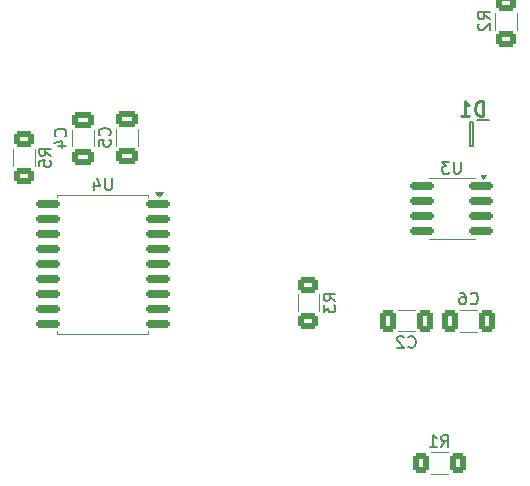
<source format=gbr>
%TF.GenerationSoftware,KiCad,Pcbnew,8.0.1-rc1*%
%TF.CreationDate,2024-05-12T16:28:37-07:00*%
%TF.ProjectId,Automotive Monitoring System CANBus Sensor,4175746f-6d6f-4746-9976-65204d6f6e69,rev?*%
%TF.SameCoordinates,Original*%
%TF.FileFunction,Legend,Bot*%
%TF.FilePolarity,Positive*%
%FSLAX46Y46*%
G04 Gerber Fmt 4.6, Leading zero omitted, Abs format (unit mm)*
G04 Created by KiCad (PCBNEW 8.0.1-rc1) date 2024-05-12 16:28:37*
%MOMM*%
%LPD*%
G01*
G04 APERTURE LIST*
G04 Aperture macros list*
%AMRoundRect*
0 Rectangle with rounded corners*
0 $1 Rounding radius*
0 $2 $3 $4 $5 $6 $7 $8 $9 X,Y pos of 4 corners*
0 Add a 4 corners polygon primitive as box body*
4,1,4,$2,$3,$4,$5,$6,$7,$8,$9,$2,$3,0*
0 Add four circle primitives for the rounded corners*
1,1,$1+$1,$2,$3*
1,1,$1+$1,$4,$5*
1,1,$1+$1,$6,$7*
1,1,$1+$1,$8,$9*
0 Add four rect primitives between the rounded corners*
20,1,$1+$1,$2,$3,$4,$5,0*
20,1,$1+$1,$4,$5,$6,$7,0*
20,1,$1+$1,$6,$7,$8,$9,0*
20,1,$1+$1,$8,$9,$2,$3,0*%
G04 Aperture macros list end*
%ADD10C,0.150000*%
%ADD11C,0.254000*%
%ADD12C,0.120000*%
%ADD13C,0.200000*%
%ADD14R,1.700000X1.700000*%
%ADD15O,1.700000X1.700000*%
%ADD16C,1.600000*%
%ADD17O,1.600000X1.600000*%
%ADD18C,2.400000*%
%ADD19C,2.100000*%
%ADD20R,2.200000X2.200000*%
%ADD21C,2.200000*%
%ADD22R,1.920000X1.920000*%
%ADD23C,1.920000*%
%ADD24C,1.500000*%
%ADD25R,1.500000X1.500000*%
%ADD26R,1.600000X1.600000*%
%ADD27RoundRect,0.250000X-0.412500X-0.650000X0.412500X-0.650000X0.412500X0.650000X-0.412500X0.650000X0*%
%ADD28RoundRect,0.150000X0.875000X0.150000X-0.875000X0.150000X-0.875000X-0.150000X0.875000X-0.150000X0*%
%ADD29RoundRect,0.250000X0.400000X0.625000X-0.400000X0.625000X-0.400000X-0.625000X0.400000X-0.625000X0*%
%ADD30RoundRect,0.250000X-0.650000X0.412500X-0.650000X-0.412500X0.650000X-0.412500X0.650000X0.412500X0*%
%ADD31RoundRect,0.150000X0.825000X0.150000X-0.825000X0.150000X-0.825000X-0.150000X0.825000X-0.150000X0*%
%ADD32RoundRect,0.250000X0.625000X-0.400000X0.625000X0.400000X-0.625000X0.400000X-0.625000X-0.400000X0*%
%ADD33RoundRect,0.250000X-0.625000X0.400000X-0.625000X-0.400000X0.625000X-0.400000X0.625000X0.400000X0*%
%ADD34R,1.000000X0.550000*%
%ADD35RoundRect,0.250000X0.412500X0.650000X-0.412500X0.650000X-0.412500X-0.650000X0.412500X-0.650000X0*%
G04 APERTURE END LIST*
D10*
X134923766Y-80830780D02*
X134971385Y-80878400D01*
X134971385Y-80878400D02*
X135114242Y-80926019D01*
X135114242Y-80926019D02*
X135209480Y-80926019D01*
X135209480Y-80926019D02*
X135352337Y-80878400D01*
X135352337Y-80878400D02*
X135447575Y-80783161D01*
X135447575Y-80783161D02*
X135495194Y-80687923D01*
X135495194Y-80687923D02*
X135542813Y-80497447D01*
X135542813Y-80497447D02*
X135542813Y-80354590D01*
X135542813Y-80354590D02*
X135495194Y-80164114D01*
X135495194Y-80164114D02*
X135447575Y-80068876D01*
X135447575Y-80068876D02*
X135352337Y-79973638D01*
X135352337Y-79973638D02*
X135209480Y-79926019D01*
X135209480Y-79926019D02*
X135114242Y-79926019D01*
X135114242Y-79926019D02*
X134971385Y-79973638D01*
X134971385Y-79973638D02*
X134923766Y-80021257D01*
X134542813Y-80021257D02*
X134495194Y-79973638D01*
X134495194Y-79973638D02*
X134399956Y-79926019D01*
X134399956Y-79926019D02*
X134161861Y-79926019D01*
X134161861Y-79926019D02*
X134066623Y-79973638D01*
X134066623Y-79973638D02*
X134019004Y-80021257D01*
X134019004Y-80021257D02*
X133971385Y-80116495D01*
X133971385Y-80116495D02*
X133971385Y-80211733D01*
X133971385Y-80211733D02*
X134019004Y-80354590D01*
X134019004Y-80354590D02*
X134590432Y-80926019D01*
X134590432Y-80926019D02*
X133971385Y-80926019D01*
X109816504Y-66553219D02*
X109816504Y-67362742D01*
X109816504Y-67362742D02*
X109768885Y-67457980D01*
X109768885Y-67457980D02*
X109721266Y-67505600D01*
X109721266Y-67505600D02*
X109626028Y-67553219D01*
X109626028Y-67553219D02*
X109435552Y-67553219D01*
X109435552Y-67553219D02*
X109340314Y-67505600D01*
X109340314Y-67505600D02*
X109292695Y-67457980D01*
X109292695Y-67457980D02*
X109245076Y-67362742D01*
X109245076Y-67362742D02*
X109245076Y-66553219D01*
X108340314Y-66886552D02*
X108340314Y-67553219D01*
X108578409Y-66505600D02*
X108816504Y-67219885D01*
X108816504Y-67219885D02*
X108197457Y-67219885D01*
X137709966Y-89296919D02*
X138043299Y-88820728D01*
X138281394Y-89296919D02*
X138281394Y-88296919D01*
X138281394Y-88296919D02*
X137900442Y-88296919D01*
X137900442Y-88296919D02*
X137805204Y-88344538D01*
X137805204Y-88344538D02*
X137757585Y-88392157D01*
X137757585Y-88392157D02*
X137709966Y-88487395D01*
X137709966Y-88487395D02*
X137709966Y-88630252D01*
X137709966Y-88630252D02*
X137757585Y-88725490D01*
X137757585Y-88725490D02*
X137805204Y-88773109D01*
X137805204Y-88773109D02*
X137900442Y-88820728D01*
X137900442Y-88820728D02*
X138281394Y-88820728D01*
X136757585Y-89296919D02*
X137329013Y-89296919D01*
X137043299Y-89296919D02*
X137043299Y-88296919D01*
X137043299Y-88296919D02*
X137138537Y-88439776D01*
X137138537Y-88439776D02*
X137233775Y-88535014D01*
X137233775Y-88535014D02*
X137329013Y-88582633D01*
X105865280Y-62990233D02*
X105912900Y-62942614D01*
X105912900Y-62942614D02*
X105960519Y-62799757D01*
X105960519Y-62799757D02*
X105960519Y-62704519D01*
X105960519Y-62704519D02*
X105912900Y-62561662D01*
X105912900Y-62561662D02*
X105817661Y-62466424D01*
X105817661Y-62466424D02*
X105722423Y-62418805D01*
X105722423Y-62418805D02*
X105531947Y-62371186D01*
X105531947Y-62371186D02*
X105389090Y-62371186D01*
X105389090Y-62371186D02*
X105198614Y-62418805D01*
X105198614Y-62418805D02*
X105103376Y-62466424D01*
X105103376Y-62466424D02*
X105008138Y-62561662D01*
X105008138Y-62561662D02*
X104960519Y-62704519D01*
X104960519Y-62704519D02*
X104960519Y-62799757D01*
X104960519Y-62799757D02*
X105008138Y-62942614D01*
X105008138Y-62942614D02*
X105055757Y-62990233D01*
X105293852Y-63847376D02*
X105960519Y-63847376D01*
X104912900Y-63609281D02*
X105627185Y-63371186D01*
X105627185Y-63371186D02*
X105627185Y-63990233D01*
X139337204Y-65154819D02*
X139337204Y-65964342D01*
X139337204Y-65964342D02*
X139289585Y-66059580D01*
X139289585Y-66059580D02*
X139241966Y-66107200D01*
X139241966Y-66107200D02*
X139146728Y-66154819D01*
X139146728Y-66154819D02*
X138956252Y-66154819D01*
X138956252Y-66154819D02*
X138861014Y-66107200D01*
X138861014Y-66107200D02*
X138813395Y-66059580D01*
X138813395Y-66059580D02*
X138765776Y-65964342D01*
X138765776Y-65964342D02*
X138765776Y-65154819D01*
X138384823Y-65154819D02*
X137765776Y-65154819D01*
X137765776Y-65154819D02*
X138099109Y-65535771D01*
X138099109Y-65535771D02*
X137956252Y-65535771D01*
X137956252Y-65535771D02*
X137861014Y-65583390D01*
X137861014Y-65583390D02*
X137813395Y-65631009D01*
X137813395Y-65631009D02*
X137765776Y-65726247D01*
X137765776Y-65726247D02*
X137765776Y-65964342D01*
X137765776Y-65964342D02*
X137813395Y-66059580D01*
X137813395Y-66059580D02*
X137861014Y-66107200D01*
X137861014Y-66107200D02*
X137956252Y-66154819D01*
X137956252Y-66154819D02*
X138241966Y-66154819D01*
X138241966Y-66154819D02*
X138337204Y-66107200D01*
X138337204Y-66107200D02*
X138384823Y-66059580D01*
X104657719Y-64644933D02*
X104181528Y-64311600D01*
X104657719Y-64073505D02*
X103657719Y-64073505D01*
X103657719Y-64073505D02*
X103657719Y-64454457D01*
X103657719Y-64454457D02*
X103705338Y-64549695D01*
X103705338Y-64549695D02*
X103752957Y-64597314D01*
X103752957Y-64597314D02*
X103848195Y-64644933D01*
X103848195Y-64644933D02*
X103991052Y-64644933D01*
X103991052Y-64644933D02*
X104086290Y-64597314D01*
X104086290Y-64597314D02*
X104133909Y-64549695D01*
X104133909Y-64549695D02*
X104181528Y-64454457D01*
X104181528Y-64454457D02*
X104181528Y-64073505D01*
X103657719Y-65549695D02*
X103657719Y-65073505D01*
X103657719Y-65073505D02*
X104133909Y-65025886D01*
X104133909Y-65025886D02*
X104086290Y-65073505D01*
X104086290Y-65073505D02*
X104038671Y-65168743D01*
X104038671Y-65168743D02*
X104038671Y-65406838D01*
X104038671Y-65406838D02*
X104086290Y-65502076D01*
X104086290Y-65502076D02*
X104133909Y-65549695D01*
X104133909Y-65549695D02*
X104229147Y-65597314D01*
X104229147Y-65597314D02*
X104467242Y-65597314D01*
X104467242Y-65597314D02*
X104562480Y-65549695D01*
X104562480Y-65549695D02*
X104610100Y-65502076D01*
X104610100Y-65502076D02*
X104657719Y-65406838D01*
X104657719Y-65406838D02*
X104657719Y-65168743D01*
X104657719Y-65168743D02*
X104610100Y-65073505D01*
X104610100Y-65073505D02*
X104562480Y-65025886D01*
X128734219Y-76940033D02*
X128258028Y-76606700D01*
X128734219Y-76368605D02*
X127734219Y-76368605D01*
X127734219Y-76368605D02*
X127734219Y-76749557D01*
X127734219Y-76749557D02*
X127781838Y-76844795D01*
X127781838Y-76844795D02*
X127829457Y-76892414D01*
X127829457Y-76892414D02*
X127924695Y-76940033D01*
X127924695Y-76940033D02*
X128067552Y-76940033D01*
X128067552Y-76940033D02*
X128162790Y-76892414D01*
X128162790Y-76892414D02*
X128210409Y-76844795D01*
X128210409Y-76844795D02*
X128258028Y-76749557D01*
X128258028Y-76749557D02*
X128258028Y-76368605D01*
X127734219Y-77273367D02*
X127734219Y-77892414D01*
X127734219Y-77892414D02*
X128115171Y-77559081D01*
X128115171Y-77559081D02*
X128115171Y-77701938D01*
X128115171Y-77701938D02*
X128162790Y-77797176D01*
X128162790Y-77797176D02*
X128210409Y-77844795D01*
X128210409Y-77844795D02*
X128305647Y-77892414D01*
X128305647Y-77892414D02*
X128543742Y-77892414D01*
X128543742Y-77892414D02*
X128638980Y-77844795D01*
X128638980Y-77844795D02*
X128686600Y-77797176D01*
X128686600Y-77797176D02*
X128734219Y-77701938D01*
X128734219Y-77701938D02*
X128734219Y-77416224D01*
X128734219Y-77416224D02*
X128686600Y-77320986D01*
X128686600Y-77320986D02*
X128638980Y-77273367D01*
X141835919Y-53086333D02*
X141359728Y-52753000D01*
X141835919Y-52514905D02*
X140835919Y-52514905D01*
X140835919Y-52514905D02*
X140835919Y-52895857D01*
X140835919Y-52895857D02*
X140883538Y-52991095D01*
X140883538Y-52991095D02*
X140931157Y-53038714D01*
X140931157Y-53038714D02*
X141026395Y-53086333D01*
X141026395Y-53086333D02*
X141169252Y-53086333D01*
X141169252Y-53086333D02*
X141264490Y-53038714D01*
X141264490Y-53038714D02*
X141312109Y-52991095D01*
X141312109Y-52991095D02*
X141359728Y-52895857D01*
X141359728Y-52895857D02*
X141359728Y-52514905D01*
X140931157Y-53467286D02*
X140883538Y-53514905D01*
X140883538Y-53514905D02*
X140835919Y-53610143D01*
X140835919Y-53610143D02*
X140835919Y-53848238D01*
X140835919Y-53848238D02*
X140883538Y-53943476D01*
X140883538Y-53943476D02*
X140931157Y-53991095D01*
X140931157Y-53991095D02*
X141026395Y-54038714D01*
X141026395Y-54038714D02*
X141121633Y-54038714D01*
X141121633Y-54038714D02*
X141264490Y-53991095D01*
X141264490Y-53991095D02*
X141835919Y-53419667D01*
X141835919Y-53419667D02*
X141835919Y-54038714D01*
X109612280Y-62916333D02*
X109659900Y-62868714D01*
X109659900Y-62868714D02*
X109707519Y-62725857D01*
X109707519Y-62725857D02*
X109707519Y-62630619D01*
X109707519Y-62630619D02*
X109659900Y-62487762D01*
X109659900Y-62487762D02*
X109564661Y-62392524D01*
X109564661Y-62392524D02*
X109469423Y-62344905D01*
X109469423Y-62344905D02*
X109278947Y-62297286D01*
X109278947Y-62297286D02*
X109136090Y-62297286D01*
X109136090Y-62297286D02*
X108945614Y-62344905D01*
X108945614Y-62344905D02*
X108850376Y-62392524D01*
X108850376Y-62392524D02*
X108755138Y-62487762D01*
X108755138Y-62487762D02*
X108707519Y-62630619D01*
X108707519Y-62630619D02*
X108707519Y-62725857D01*
X108707519Y-62725857D02*
X108755138Y-62868714D01*
X108755138Y-62868714D02*
X108802757Y-62916333D01*
X108707519Y-63821095D02*
X108707519Y-63344905D01*
X108707519Y-63344905D02*
X109183709Y-63297286D01*
X109183709Y-63297286D02*
X109136090Y-63344905D01*
X109136090Y-63344905D02*
X109088471Y-63440143D01*
X109088471Y-63440143D02*
X109088471Y-63678238D01*
X109088471Y-63678238D02*
X109136090Y-63773476D01*
X109136090Y-63773476D02*
X109183709Y-63821095D01*
X109183709Y-63821095D02*
X109278947Y-63868714D01*
X109278947Y-63868714D02*
X109517042Y-63868714D01*
X109517042Y-63868714D02*
X109612280Y-63821095D01*
X109612280Y-63821095D02*
X109659900Y-63773476D01*
X109659900Y-63773476D02*
X109707519Y-63678238D01*
X109707519Y-63678238D02*
X109707519Y-63440143D01*
X109707519Y-63440143D02*
X109659900Y-63344905D01*
X109659900Y-63344905D02*
X109612280Y-63297286D01*
D11*
X141268181Y-61297700D02*
X141268181Y-60027700D01*
X141268181Y-60027700D02*
X140965800Y-60027700D01*
X140965800Y-60027700D02*
X140784371Y-60088176D01*
X140784371Y-60088176D02*
X140663419Y-60209128D01*
X140663419Y-60209128D02*
X140602942Y-60330081D01*
X140602942Y-60330081D02*
X140542466Y-60571985D01*
X140542466Y-60571985D02*
X140542466Y-60753414D01*
X140542466Y-60753414D02*
X140602942Y-60995319D01*
X140602942Y-60995319D02*
X140663419Y-61116271D01*
X140663419Y-61116271D02*
X140784371Y-61237224D01*
X140784371Y-61237224D02*
X140965800Y-61297700D01*
X140965800Y-61297700D02*
X141268181Y-61297700D01*
X139332942Y-61297700D02*
X140058657Y-61297700D01*
X139695800Y-61297700D02*
X139695800Y-60027700D01*
X139695800Y-60027700D02*
X139816752Y-60209128D01*
X139816752Y-60209128D02*
X139937704Y-60330081D01*
X139937704Y-60330081D02*
X140058657Y-60390557D01*
D10*
X140182066Y-77140580D02*
X140229685Y-77188200D01*
X140229685Y-77188200D02*
X140372542Y-77235819D01*
X140372542Y-77235819D02*
X140467780Y-77235819D01*
X140467780Y-77235819D02*
X140610637Y-77188200D01*
X140610637Y-77188200D02*
X140705875Y-77092961D01*
X140705875Y-77092961D02*
X140753494Y-76997723D01*
X140753494Y-76997723D02*
X140801113Y-76807247D01*
X140801113Y-76807247D02*
X140801113Y-76664390D01*
X140801113Y-76664390D02*
X140753494Y-76473914D01*
X140753494Y-76473914D02*
X140705875Y-76378676D01*
X140705875Y-76378676D02*
X140610637Y-76283438D01*
X140610637Y-76283438D02*
X140467780Y-76235819D01*
X140467780Y-76235819D02*
X140372542Y-76235819D01*
X140372542Y-76235819D02*
X140229685Y-76283438D01*
X140229685Y-76283438D02*
X140182066Y-76331057D01*
X139324923Y-76235819D02*
X139515399Y-76235819D01*
X139515399Y-76235819D02*
X139610637Y-76283438D01*
X139610637Y-76283438D02*
X139658256Y-76331057D01*
X139658256Y-76331057D02*
X139753494Y-76473914D01*
X139753494Y-76473914D02*
X139801113Y-76664390D01*
X139801113Y-76664390D02*
X139801113Y-77045342D01*
X139801113Y-77045342D02*
X139753494Y-77140580D01*
X139753494Y-77140580D02*
X139705875Y-77188200D01*
X139705875Y-77188200D02*
X139610637Y-77235819D01*
X139610637Y-77235819D02*
X139420161Y-77235819D01*
X139420161Y-77235819D02*
X139324923Y-77188200D01*
X139324923Y-77188200D02*
X139277304Y-77140580D01*
X139277304Y-77140580D02*
X139229685Y-77045342D01*
X139229685Y-77045342D02*
X139229685Y-76807247D01*
X139229685Y-76807247D02*
X139277304Y-76712009D01*
X139277304Y-76712009D02*
X139324923Y-76664390D01*
X139324923Y-76664390D02*
X139420161Y-76616771D01*
X139420161Y-76616771D02*
X139610637Y-76616771D01*
X139610637Y-76616771D02*
X139705875Y-76664390D01*
X139705875Y-76664390D02*
X139753494Y-76712009D01*
X139753494Y-76712009D02*
X139801113Y-76807247D01*
D12*
%TO.C,C2*%
X135468352Y-77711200D02*
X134045848Y-77711200D01*
X135468352Y-79531200D02*
X134045848Y-79531200D01*
%TO.C,U4*%
X105194600Y-67933400D02*
X109054600Y-67933400D01*
X105194600Y-68178400D02*
X105194600Y-67933400D01*
X105194600Y-79458400D02*
X105194600Y-79703400D01*
X105194600Y-79703400D02*
X109054600Y-79703400D01*
X112914600Y-67933400D02*
X109054600Y-67933400D01*
X112914600Y-68178400D02*
X112914600Y-67933400D01*
X112914600Y-79458400D02*
X112914600Y-79703400D01*
X112914600Y-79703400D02*
X109054600Y-79703400D01*
X113767100Y-68178400D02*
X113427100Y-67708400D01*
X114107100Y-67708400D01*
X113767100Y-68178400D01*
G36*
X113767100Y-68178400D02*
G01*
X113427100Y-67708400D01*
X114107100Y-67708400D01*
X113767100Y-68178400D01*
G37*
%TO.C,R1*%
X136816236Y-89752100D02*
X138270364Y-89752100D01*
X136816236Y-91572100D02*
X138270364Y-91572100D01*
%TO.C,C4*%
X106445700Y-63868152D02*
X106445700Y-62445648D01*
X108265700Y-63868152D02*
X108265700Y-62445648D01*
%TO.C,U3*%
X136625300Y-66540000D02*
X138575300Y-66540000D01*
X136625300Y-71660000D02*
X138575300Y-71660000D01*
X140525300Y-66540000D02*
X138575300Y-66540000D01*
X140525300Y-71660000D02*
X138575300Y-71660000D01*
X141275300Y-66635000D02*
X141035300Y-66305000D01*
X141515300Y-66305000D01*
X141275300Y-66635000D01*
G36*
X141275300Y-66635000D02*
G01*
X141035300Y-66305000D01*
X141515300Y-66305000D01*
X141275300Y-66635000D01*
G37*
%TO.C,R5*%
X101472900Y-64084536D02*
X101472900Y-65538664D01*
X103292900Y-64084536D02*
X103292900Y-65538664D01*
%TO.C,R3*%
X125549400Y-76379636D02*
X125549400Y-77833764D01*
X127369400Y-76379636D02*
X127369400Y-77833764D01*
%TO.C,R2*%
X142291100Y-53980064D02*
X142291100Y-52525936D01*
X144111100Y-53980064D02*
X144111100Y-52525936D01*
%TO.C,C5*%
X110192700Y-63794252D02*
X110192700Y-62371748D01*
X112012700Y-63794252D02*
X112012700Y-62371748D01*
D13*
%TO.C,D1*%
X140169800Y-61834400D02*
X140369800Y-61834400D01*
X140169800Y-63834400D02*
X140169800Y-61834400D01*
X140369800Y-61834400D02*
X140369800Y-63834400D01*
X140369800Y-63834400D02*
X140169800Y-63834400D01*
X140719800Y-61659400D02*
X141719800Y-61659400D01*
D12*
%TO.C,C6*%
X139304148Y-77721000D02*
X140726652Y-77721000D01*
X139304148Y-79541000D02*
X140726652Y-79541000D01*
%TD*%
%LPC*%
D14*
%TO.C,J6*%
X145670700Y-73750200D03*
D15*
X148210700Y-73750200D03*
X145670700Y-76290200D03*
X148210700Y-76290200D03*
X145670700Y-78830200D03*
X148210700Y-78830200D03*
X145670700Y-81370200D03*
X148210700Y-81370200D03*
X145670700Y-83910200D03*
X148210700Y-83910200D03*
X145670700Y-86450200D03*
X148210700Y-86450200D03*
X145670700Y-88990200D03*
X148210700Y-88990200D03*
X145670700Y-91530200D03*
X148210700Y-91530200D03*
%TD*%
D16*
%TO.C,R4*%
X133212700Y-66876100D03*
D17*
X133212700Y-69416100D03*
%TD*%
D16*
%TO.C,NTC1*%
X108245700Y-53800500D03*
D17*
X110785700Y-53800500D03*
%TD*%
D16*
%TO.C,R6*%
X136841000Y-63583500D03*
D17*
X134301000Y-63583500D03*
%TD*%
D14*
%TO.C,Powerboard1*%
X118946900Y-71348200D03*
D15*
X118946900Y-73888200D03*
X118946900Y-76428200D03*
%TD*%
D14*
%TO.C,J4*%
X148277500Y-69805300D03*
D15*
X145737500Y-69805300D03*
%TD*%
D18*
%TO.C,U2*%
X123954300Y-54040900D03*
D19*
X117554300Y-55290900D03*
X121054300Y-55290900D03*
X126854300Y-55290900D03*
X130354300Y-55290900D03*
X130354300Y-52790900D03*
X126854300Y-52790900D03*
X121054300Y-52790900D03*
X117554300Y-52790900D03*
%TD*%
D20*
%TO.C,J5*%
X144337900Y-65725000D03*
D21*
X144337900Y-63185000D03*
X144337900Y-60645000D03*
X144337900Y-58105000D03*
%TD*%
D22*
%TO.C,Q1*%
X138691700Y-58745000D03*
D23*
X138691700Y-56205000D03*
X138691700Y-53665000D03*
%TD*%
D14*
%TO.C,J2*%
X131583000Y-97472600D03*
D15*
X129043000Y-97472600D03*
X126503000Y-97472600D03*
X123963000Y-97472600D03*
X121423000Y-97472600D03*
X118883000Y-97472600D03*
%TD*%
D24*
%TO.C,Y2*%
X135124800Y-73536500D03*
X140004800Y-73536500D03*
%TD*%
D25*
%TO.C,Reset1*%
X114764200Y-98131600D03*
D24*
X108264200Y-98131600D03*
X114764200Y-93631600D03*
X108264200Y-93631600D03*
%TD*%
%TO.C,Y1*%
X135099900Y-82790900D03*
X139979900Y-82790900D03*
%TD*%
D26*
%TO.C,U1*%
X122659400Y-60606700D03*
D17*
X122659400Y-63146700D03*
X122659400Y-65686700D03*
X122659400Y-68226700D03*
X122659400Y-70766700D03*
X122659400Y-73306700D03*
X122659400Y-75846700D03*
X122659400Y-78386700D03*
X122659400Y-80926700D03*
X122659400Y-83466700D03*
X122659400Y-86006700D03*
X122659400Y-88546700D03*
X122659400Y-91086700D03*
X122659400Y-93626700D03*
X130279400Y-93626700D03*
X130279400Y-91086700D03*
X130279400Y-88546700D03*
X130279400Y-86006700D03*
X130279400Y-83466700D03*
X130279400Y-80926700D03*
X130279400Y-78386700D03*
X130279400Y-75846700D03*
X130279400Y-73306700D03*
X130279400Y-70766700D03*
X130279400Y-68226700D03*
X130279400Y-65686700D03*
X130279400Y-63146700D03*
X130279400Y-60606700D03*
%TD*%
D27*
%TO.C,C2*%
X133194600Y-78621200D03*
X136319600Y-78621200D03*
%TD*%
D28*
%TO.C,U4*%
X113704600Y-68738400D03*
X113704600Y-70008400D03*
X113704600Y-71278400D03*
X113704600Y-72548400D03*
X113704600Y-73818400D03*
X113704600Y-75088400D03*
X113704600Y-76358400D03*
X113704600Y-77628400D03*
X113704600Y-78898400D03*
X104404600Y-78898400D03*
X104404600Y-77628400D03*
X104404600Y-76358400D03*
X104404600Y-75088400D03*
X104404600Y-73818400D03*
X104404600Y-72548400D03*
X104404600Y-71278400D03*
X104404600Y-70008400D03*
X104404600Y-68738400D03*
%TD*%
D29*
%TO.C,R1*%
X139093300Y-90662100D03*
X135993300Y-90662100D03*
%TD*%
D30*
%TO.C,C4*%
X107355700Y-61594400D03*
X107355700Y-64719400D03*
%TD*%
D31*
%TO.C,U3*%
X141050300Y-67195000D03*
X141050300Y-68465000D03*
X141050300Y-69735000D03*
X141050300Y-71005000D03*
X136100300Y-71005000D03*
X136100300Y-69735000D03*
X136100300Y-68465000D03*
X136100300Y-67195000D03*
%TD*%
D32*
%TO.C,R5*%
X102382900Y-66361600D03*
X102382900Y-63261600D03*
%TD*%
%TO.C,R3*%
X126459400Y-78656700D03*
X126459400Y-75556700D03*
%TD*%
D33*
%TO.C,R2*%
X143201100Y-51703000D03*
X143201100Y-54803000D03*
%TD*%
D30*
%TO.C,C5*%
X111102700Y-61520500D03*
X111102700Y-64645500D03*
%TD*%
D34*
%TO.C,D1*%
X141219800Y-62184400D03*
X141219800Y-63484400D03*
X139319800Y-62834400D03*
%TD*%
D35*
%TO.C,C6*%
X141577900Y-78631000D03*
X138452900Y-78631000D03*
%TD*%
%LPD*%
M02*

</source>
